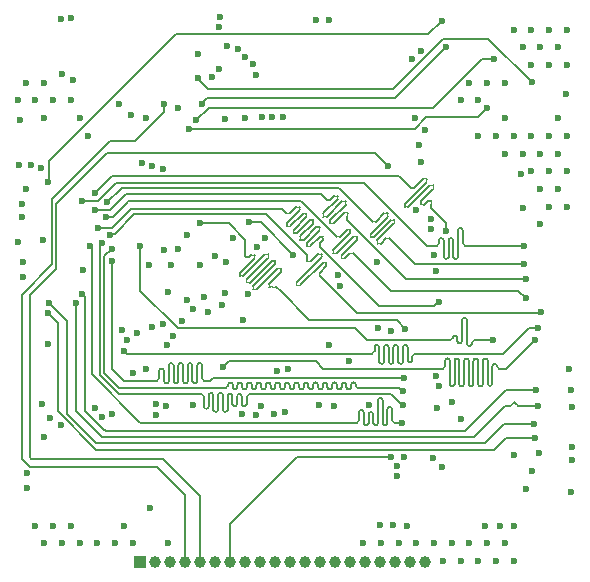
<source format=gbr>
%TF.GenerationSoftware,Altium Limited,Altium Designer,20.2.5 (213)*%
G04 Layer_Physical_Order=3*
G04 Layer_Color=16440176*
%FSLAX44Y44*%
%MOMM*%
%TF.SameCoordinates,159794D8-7842-4491-B27A-FE66E37C9FAE*%
%TF.FilePolarity,Positive*%
%TF.FileFunction,Copper,L3,Inr,Signal*%
%TF.Part,Single*%
G01*
G75*
%TA.AperFunction,Conductor*%
%ADD11C,0.1469*%
%ADD12C,0.1506*%
%TA.AperFunction,ComponentPad*%
%ADD28R,1.0000X1.0000*%
%ADD29C,1.0000*%
%TA.AperFunction,ViaPad*%
%ADD30C,0.6000*%
D11*
X601634Y719461D02*
G03*
X601634Y716626I1417J-1417D01*
G01*
X604216Y722043D02*
G03*
X604216Y724877I-1417J1417D01*
G01*
D02*
G03*
X601382Y724877I-1417J-1417D01*
G01*
X590672Y717002D02*
G03*
X593506Y717002I1417J1417D01*
G01*
X590672Y719836D02*
G03*
X590672Y717002I1417J-1417D01*
G01*
X601477Y730642D02*
G03*
X601477Y733476I-1417J1417D01*
G01*
X601477Y733476D02*
G03*
X598643Y733476I-1417J-1417D01*
G01*
X585003Y722671D02*
G03*
X587837Y722671I1417J1417D01*
G01*
X585003Y725505D02*
G03*
X585003Y722671I1417J-1417D01*
G01*
X595808Y736311D02*
G03*
X595808Y739145I-1417J1417D01*
G01*
X595808Y739145D02*
G03*
X592974Y739145I-1417J-1417D01*
G01*
X579334Y728340D02*
G03*
X582168Y728340I1417J1417D01*
G01*
X579334Y731174D02*
G03*
X579334Y728340I1417J-1417D01*
G01*
X590139Y741980D02*
G03*
X590139Y744814I-1417J1417D01*
G01*
X590139Y744814D02*
G03*
X587305Y744814I-1417J-1417D01*
G01*
X573665Y734008D02*
G03*
X576499Y734008I1417J1417D01*
G01*
X573665Y736843D02*
G03*
X573665Y734008I1417J-1417D01*
G01*
X584466Y747644D02*
G03*
X584466Y750478I-1417J1417D01*
G01*
X584466Y750478D02*
G03*
X581631Y750478I-1417J-1417D01*
G01*
X573289Y744971D02*
G03*
X576124Y744971I1417J1417D01*
G01*
X425106Y741680D02*
G03*
X426144Y742110I0J1469D01*
G01*
X439784Y755142D02*
G03*
X438746Y754712I0J-1469D01*
G01*
X442810Y749046D02*
G03*
X441784Y748616I12J-1469D01*
G01*
X425350Y732790D02*
G03*
X426388Y733220I0J1469D01*
G01*
X569644Y748616D02*
G03*
X568597Y749046I-1038J-1038D01*
G01*
X434186Y766318D02*
G03*
X433148Y765888I0J-1469D01*
G01*
X618412D02*
G03*
X617374Y766318I-1038J-1038D01*
G01*
X586408Y754712D02*
G03*
X585370Y755142I-1038J-1038D01*
G01*
X669466Y775794D02*
G03*
X668428Y776224I-1038J-1038D01*
G01*
X425745D02*
G03*
X424707Y775794I0J-1469D01*
G01*
X669727Y596463D02*
G03*
X668682Y596900I-1045J-1032D01*
G01*
X662358Y591386D02*
G03*
X661316Y591820I-1042J-1035D01*
G01*
X670384Y583360D02*
G03*
X671422Y582930I1038J1038D01*
G01*
X767985Y583410D02*
G03*
X769735Y581660I1750J0D01*
G01*
X767985Y583410D02*
G03*
X764485Y583410I-1750J0D01*
G01*
X762734Y581660D02*
G03*
X764485Y583410I0J1750D01*
G01*
X664364Y842518D02*
G03*
X665402Y842948I0J1469D01*
G01*
X408864Y608748D02*
G03*
X409294Y607722I1469J12D01*
G01*
X448820Y568196D02*
G03*
X449859Y567766I1038J1038D01*
G01*
X725408Y561514D02*
G03*
X725410Y561516I-1036J1041D01*
G01*
X724372Y561086D02*
G03*
X725408Y561514I0J1469D01*
G01*
X419178Y561516D02*
G03*
X420216Y561086I1038J1038D01*
G01*
X402514Y578788D02*
G03*
X402944Y577750I1469J0D01*
G01*
X732059Y555672D02*
G03*
X732061Y555674I-1036J1041D01*
G01*
X731022Y555244D02*
G03*
X732059Y555672I0J1469D01*
G01*
X417152Y555668D02*
G03*
X418184Y555244I1032J1045D01*
G01*
X741092Y550592D02*
G03*
X741094Y550594I-1036J1041D01*
G01*
X740056Y550164D02*
G03*
X741092Y550592I0J1469D01*
G01*
X412072Y550588D02*
G03*
X413104Y550164I1032J1045D01*
G01*
X666670Y654638D02*
G03*
X665634Y655066I-1036J-1041D01*
G01*
X666672Y654636D02*
G03*
X666670Y654638I-1038J-1038D01*
G01*
X591650Y655490D02*
G03*
X592682Y655066I1032J1045D01*
G01*
X734187Y826236D02*
G03*
X735226Y826666I-0J1469D01*
G01*
X506576Y842518D02*
G03*
X505538Y842088I0J-1469D01*
G01*
X662829Y569770D02*
G03*
X664833Y567766I2004J0D01*
G01*
X662829Y578985D02*
G03*
X658820Y578985I-2004J0D01*
G01*
X654812Y567581D02*
G03*
X658820Y567581I2004J0D01*
G01*
X654812Y586569D02*
G03*
X650804Y586569I-2004J0D01*
G01*
X646795Y567581D02*
G03*
X650804Y567581I2004J0D01*
G01*
X646795Y574651D02*
G03*
X642786Y574651I-2004J0D01*
G01*
X638778Y567581D02*
G03*
X642786Y567581I2004J0D01*
G01*
X638778Y576437D02*
G03*
X634769Y576437I-2004J0D01*
G01*
X632765Y567766D02*
G03*
X634769Y569770I0J2004D01*
G01*
X601307Y694698D02*
G03*
X601307Y691863I1417J-1417D01*
G01*
X606866Y700257D02*
G03*
X606866Y703091I-1417J1417D01*
G01*
X606866Y703092D02*
G03*
X604031Y703091I-1417J-1417D01*
G01*
X581992Y683886D02*
G03*
X584826Y683886I1417J1417D01*
G01*
X581992Y686721D02*
G03*
X581992Y683886I1417J-1417D01*
G01*
X603053Y707782D02*
G03*
X603053Y710616I-1417J1417D01*
G01*
X603053Y710616D02*
G03*
X600218Y710616I-1417J-1417D01*
G01*
X591084Y704316D02*
G03*
X593918Y704316I1417J1417D01*
G01*
X503475Y589816D02*
G03*
X501470Y591820I-2004J0D01*
G01*
X503475Y581480D02*
G03*
X507483Y581480I2004J0D01*
G01*
X511492Y590887D02*
G03*
X507483Y590887I-2004J0D01*
G01*
X511492Y578838D02*
G03*
X515500Y578838I2004J0D01*
G01*
X519509Y590887D02*
G03*
X515500Y590887I-2004J0D01*
G01*
X519509Y578838D02*
G03*
X523517Y578838I2004J0D01*
G01*
X527526Y590219D02*
G03*
X523517Y590219I-2004J0D01*
G01*
X527526Y583588D02*
G03*
X531534Y583588I2004J0D01*
G01*
X535543Y589909D02*
G03*
X531534Y589909I-2004J0D01*
G01*
X535543Y583588D02*
G03*
X539551Y583588I2004J0D01*
G01*
X541556Y591820D02*
G03*
X539551Y589816I0J-2004D01*
G01*
X681971Y626110D02*
G03*
X679967Y624106I0J-2004D01*
G01*
X675958Y620778D02*
G03*
X679967Y620778I2004J0D01*
G01*
X675958Y631527D02*
G03*
X671950Y631527I-2004J0D01*
G01*
X667941Y619498D02*
G03*
X671950Y619498I2004J0D01*
G01*
X667941Y631527D02*
G03*
X663933Y631527I-2004J0D01*
G01*
X659924Y619498D02*
G03*
X663933Y619498I2004J0D01*
G01*
X659924Y631527D02*
G03*
X655916Y631527I-2004J0D01*
G01*
X651907Y619498D02*
G03*
X655916Y619498I2004J0D01*
G01*
X651907Y631527D02*
G03*
X647899Y631527I-2004J0D01*
G01*
X645894Y626110D02*
G03*
X647899Y628114I0J2004D01*
G01*
X521828Y596900D02*
G03*
X523833Y598904I0J2004D01*
G01*
X527841Y599777D02*
G03*
X523833Y599777I-2004J0D01*
G01*
X527841Y597833D02*
G03*
X531850Y597833I2004J0D01*
G01*
X535858Y599777D02*
G03*
X531850Y599777I-2004J0D01*
G01*
X535858Y597833D02*
G03*
X539867Y597833I2004J0D01*
G01*
X543875Y599777D02*
G03*
X539867Y599777I-2004J0D01*
G01*
X543875Y597833D02*
G03*
X547884Y597833I2004J0D01*
G01*
X551892Y599777D02*
G03*
X547884Y599777I-2004J0D01*
G01*
X551892Y597833D02*
G03*
X555901Y597833I2004J0D01*
G01*
X559909Y599777D02*
G03*
X555901Y599777I-2004J0D01*
G01*
X559909Y597833D02*
G03*
X563918Y597833I2004J0D01*
G01*
X567926Y599777D02*
G03*
X563918Y599777I-2004J0D01*
G01*
X567926Y597833D02*
G03*
X571935Y597833I2004J0D01*
G01*
X575943Y599777D02*
G03*
X571935Y599777I-2004J0D01*
G01*
X575943Y597833D02*
G03*
X579952Y597833I2004J0D01*
G01*
X583960Y599777D02*
G03*
X579952Y599777I-2004J0D01*
G01*
X583960Y597833D02*
G03*
X587969Y597833I2004J0D01*
G01*
X591978Y599777D02*
G03*
X587969Y599777I-2004J0D01*
G01*
X591978Y597833D02*
G03*
X595986Y597833I2004J0D01*
G01*
X599995Y599777D02*
G03*
X595986Y599777I-2004J0D01*
G01*
X599995Y597833D02*
G03*
X604003Y597833I2004J0D01*
G01*
X608012Y599777D02*
G03*
X604003Y599777I-2004J0D01*
G01*
X608012Y597833D02*
G03*
X612020Y597833I2004J0D01*
G01*
X616029Y599777D02*
G03*
X612020Y599777I-2004J0D01*
G01*
X616029Y597833D02*
G03*
X620037Y597833I2004J0D01*
G01*
X624046Y599777D02*
G03*
X620037Y599777I-2004J0D01*
G01*
X624046Y597833D02*
G03*
X628054Y597833I2004J0D01*
G01*
X632063Y599777D02*
G03*
X628054Y599777I-2004J0D01*
G01*
X632063Y598904D02*
G03*
X634067Y596900I2004J0D01*
G01*
X463677Y603250D02*
G03*
X465682Y605254I0J2004D01*
G01*
X469690Y611563D02*
G03*
X465682Y611563I-2004J0D01*
G01*
X469690Y602913D02*
G03*
X473699Y602913I2004J0D01*
G01*
X477707Y616232D02*
G03*
X473699Y616232I-2004J0D01*
G01*
X477707Y602913D02*
G03*
X481716Y602913I2004J0D01*
G01*
X485724Y616232D02*
G03*
X481716Y616232I-2004J0D01*
G01*
X485724Y602913D02*
G03*
X489733Y602913I2004J0D01*
G01*
X493741Y616232D02*
G03*
X489733Y616232I-2004J0D01*
G01*
X493741Y602913D02*
G03*
X497750Y602913I2004J0D01*
G01*
X501758Y616232D02*
G03*
X497750Y616232I-2004J0D01*
G01*
X501758Y605254D02*
G03*
X503763Y603250I2004J0D01*
G01*
X712013Y637540D02*
G03*
X714017Y639544I0J2004D01*
G01*
X718026Y639544D02*
G03*
X714017Y639544I-2004J0D01*
G01*
X718026Y636818D02*
G03*
X722034Y636818I2004J0D01*
G01*
X726043Y654463D02*
G03*
X722034Y654463I-2004J0D01*
G01*
X726043Y634642D02*
G03*
X730051Y634642I2004J0D01*
G01*
X732056Y637540D02*
G03*
X730051Y635536I0J-2004D01*
G01*
X695706Y752388D02*
G03*
X695706Y749554I1417J-1417D01*
G01*
X695993Y752675D02*
G03*
X695993Y755510I-1417J1417D01*
G01*
X695993Y755510D02*
G03*
X693158Y755510I-1417J-1417D01*
G01*
X687257Y752443D02*
G03*
X690092Y752443I1417J1417D01*
G01*
X687257Y755277D02*
G03*
X687257Y752443I1417J-1417D01*
G01*
X697799Y765820D02*
G03*
X697799Y768654I-1417J1417D01*
G01*
X697799Y768654D02*
G03*
X694965Y768654I-1417J-1417D01*
G01*
X673772Y750295D02*
G03*
X676606Y750295I1417J1417D01*
G01*
X673772Y753130D02*
G03*
X673772Y750295I1417J-1417D01*
G01*
X692130Y771488D02*
G03*
X692130Y774323I-1417J1417D01*
G01*
X692130Y774323D02*
G03*
X689296Y774323I-1417J-1417D01*
G01*
X678699Y766561D02*
G03*
X681534Y766561I1417J1417D01*
G01*
X722551Y719554D02*
G03*
X724556Y717550I2004J0D01*
G01*
X722551Y730507D02*
G03*
X718543Y730507I-2004J0D01*
G01*
X714534Y708323D02*
G03*
X718543Y708323I2004J0D01*
G01*
X714534Y721972D02*
G03*
X710526Y721972I-2004J0D01*
G01*
X706517Y708323D02*
G03*
X710526Y708323I2004J0D01*
G01*
X706517Y721972D02*
G03*
X702509Y721972I-2004J0D01*
G01*
X700504Y717550D02*
G03*
X702509Y719554I0J2004D01*
G01*
X660487Y723813D02*
G03*
X657652Y723813I-1417J-1417D01*
G01*
X650327Y719322D02*
G03*
X653161Y719322I1417J1417D01*
G01*
X650327Y722157D02*
G03*
X650327Y719322I1417J-1417D01*
G01*
X664683Y736513D02*
G03*
X664683Y739348I-1417J1417D01*
G01*
X664683Y739348D02*
G03*
X661849Y739348I-1417J-1417D01*
G01*
X644658Y724991D02*
G03*
X647492Y724991I1417J1417D01*
G01*
X644658Y727826D02*
G03*
X644658Y724991I1417J-1417D01*
G01*
X659014Y742182D02*
G03*
X659014Y745017I-1417J1417D01*
G01*
X659014Y745017D02*
G03*
X656180Y745017I-1417J-1417D01*
G01*
X646314Y737986D02*
G03*
X649149Y737986I1417J1417D01*
G01*
X624586Y742228D02*
G03*
X624586Y739394I1417J-1417D01*
G01*
X625061Y742703D02*
G03*
X625061Y745537I-1417J1417D01*
G01*
X625061Y745537D02*
G03*
X622226Y745537I-1417J-1417D01*
G01*
X610322Y736467D02*
G03*
X613156Y736467I1417J1417D01*
G01*
X610322Y739302D02*
G03*
X610322Y736467I1417J-1417D01*
G01*
X623408Y752388D02*
G03*
X623408Y755223I-1417J1417D01*
G01*
X623408Y755223D02*
G03*
X620574Y755223I-1417J-1417D01*
G01*
X604653Y742136D02*
G03*
X607487Y742136I1417J1417D01*
G01*
X604653Y744971D02*
G03*
X604653Y742136I1417J-1417D01*
G01*
X616557Y756875D02*
G03*
X616557Y759710I-1417J1417D01*
G01*
X616557Y759710D02*
G03*
X613723Y759710I-1417J-1417D01*
G01*
X607579Y756401D02*
G03*
X610414Y756401I1417J1417D01*
G01*
X630007Y711113D02*
G03*
X627172Y711113I-1417J-1417D01*
G01*
X620013Y706788D02*
G03*
X622847Y706788I1417J1417D01*
G01*
X620013Y709623D02*
G03*
X620013Y706788I1417J-1417D01*
G01*
X632933Y722543D02*
G03*
X632933Y725378I-1417J1417D01*
G01*
X632933Y725378D02*
G03*
X630099Y725378I-1417J-1417D01*
G01*
X612908Y711021D02*
G03*
X615742Y711021I1417J1417D01*
G01*
X612908Y713856D02*
G03*
X612908Y711021I1417J-1417D01*
G01*
X627264Y728212D02*
G03*
X627264Y731047I-1417J1417D01*
G01*
X627264Y731047D02*
G03*
X624430Y731047I-1417J-1417D01*
G01*
X615834Y725286D02*
G03*
X618669Y725286I1417J1417D01*
G01*
X564509Y682631D02*
G03*
X561675Y682631I-1417J-1417D01*
G01*
X558840Y682630D02*
G03*
X561675Y682630I1417J1417D01*
G01*
X558840Y685465D02*
G03*
X558840Y682630I1417J-1417D01*
G01*
X568854Y695479D02*
G03*
X568854Y698313I-1417J1417D01*
G01*
X568854Y698313D02*
G03*
X566020Y698313I-1417J-1417D01*
G01*
X545409Y680537D02*
G03*
X548244Y680537I1417J1417D01*
G01*
X545409Y683372D02*
G03*
X545409Y680537I1417J-1417D01*
G01*
X563768Y701731D02*
G03*
X563768Y704565I-1417J1417D01*
G01*
X563768Y704565D02*
G03*
X560934Y704565I-1417J-1417D01*
G01*
X539740Y686206D02*
G03*
X542575Y686206I1417J1417D01*
G01*
X539740Y689041D02*
G03*
X539740Y686206I1417J-1417D01*
G01*
X558099Y707400D02*
G03*
X558099Y710234I-1417J1417D01*
G01*
X558099Y710234D02*
G03*
X555265Y710234I-1417J-1417D01*
G01*
X534072Y691875D02*
G03*
X536906Y691875I1417J1417D01*
G01*
X534072Y694709D02*
G03*
X534072Y691875I1417J-1417D01*
G01*
X546287Y706925D02*
G03*
X546287Y709760I-1417J1417D01*
G01*
X546287Y709760D02*
G03*
X543453Y709760I-1417J-1417D01*
G01*
X538999Y708141D02*
G03*
X541834Y708141I1417J1417D01*
G01*
X751682Y615490D02*
G03*
X753687Y613486I2004J0D01*
G01*
X751682Y615490D02*
G03*
X747674Y615490I-2004J0D01*
G01*
X743665Y600965D02*
G03*
X747674Y600965I2004J0D01*
G01*
X743665Y620097D02*
G03*
X739657Y620097I-2004J0D01*
G01*
X735648Y600504D02*
G03*
X739657Y600504I2004J0D01*
G01*
X735648Y620097D02*
G03*
X731640Y620097I-2004J0D01*
G01*
X727631Y600504D02*
G03*
X731640Y600504I2004J0D01*
G01*
X727631Y620097D02*
G03*
X723623Y620097I-2004J0D01*
G01*
X719614Y600504D02*
G03*
X723623Y600504I2004J0D01*
G01*
X719614Y620097D02*
G03*
X715606Y620097I-2004J0D01*
G01*
X711597Y600504D02*
G03*
X715606Y600504I2004J0D01*
G01*
X711597Y620097D02*
G03*
X707589Y620097I-2004J0D01*
G01*
X705584Y613486D02*
G03*
X707589Y615490I0J2004D01*
G01*
X601634Y716626D02*
X624840Y693420D01*
X601634Y719461D02*
X604216Y722043D01*
X593506Y717002D02*
X601382Y724877D01*
X590672Y717002D02*
X590672Y717002D01*
X590672Y717002D02*
X590672Y717002D01*
X590672D02*
X590672Y717002D01*
Y719836D02*
Y719836D01*
X601477Y730642D01*
X601477Y733476D02*
X601477Y733476D01*
X598643D02*
Y733476D01*
X587837Y722671D02*
X598643Y733476D01*
X585003Y722671D02*
X585003Y722671D01*
X585003Y722671D02*
X585003Y722671D01*
X585003D02*
X585003Y722671D01*
Y725505D02*
Y725505D01*
X595808Y736311D01*
X595808Y739145D02*
X595808Y739145D01*
X592974D02*
Y739145D01*
X582168Y728340D02*
X592974Y739145D01*
X579334Y731174D02*
Y731174D01*
X590139Y741980D01*
X590139Y744814D02*
X590139Y744814D01*
X587305D02*
Y744814D01*
X576499Y734008D02*
X587305Y744814D01*
X573665Y734008D02*
X573665Y734008D01*
X573665Y734008D02*
X573665Y734008D01*
X573665D02*
X573665Y734008D01*
Y736843D02*
Y736843D01*
X584466Y747644D01*
X584466Y750478D02*
X584466Y750478D01*
X581631D02*
Y750478D01*
X576124Y744971D02*
X581631Y750478D01*
X572770Y745490D02*
X573289Y744971D01*
X572770Y745490D02*
Y745490D01*
X572770Y745490D02*
X572770D01*
X569644Y748616D02*
X572770Y745490D01*
X426144Y742110D02*
X438746Y754712D01*
X420370Y741680D02*
X425106D01*
X439784Y755142D02*
X585370Y755142D01*
X439784Y755142D02*
X439784Y755142D01*
X426388Y733220D02*
X441784Y748616D01*
X442810Y749046D02*
X442822Y749046D01*
X568597D01*
X414020Y732790D02*
X425350D01*
X425623Y727710D02*
X427990D01*
X424180Y726516D02*
X425623Y727710D01*
X427990D02*
X444500Y744220D01*
X569644Y748616D02*
X569644Y748616D01*
X618412Y765888D02*
X645795Y738505D01*
X421640Y754380D02*
X433148Y765888D01*
X434186Y766318D02*
X617374Y766318D01*
X586408Y754712D02*
X615315Y725805D01*
X411480Y762567D02*
X424707Y775794D01*
X425745Y776224D02*
X668428Y776224D01*
X669466Y775794D02*
X678180Y767080D01*
X669726Y596463D02*
X671830Y594360D01*
X638810Y596900D02*
X668682D01*
X671422Y582930D02*
X671830D01*
X542290Y591820D02*
X661316D01*
X662358Y591386D02*
X670384Y583360D01*
X671422Y582930D02*
Y582930D01*
X769735Y581660D02*
X773294D01*
X767985Y583410D02*
Y583410D01*
X764485Y583410D02*
Y583410D01*
X762000Y581660D02*
X762734D01*
X773294D02*
X780089D01*
X758047D02*
X762000D01*
X780089D02*
X786130D01*
X665402Y842948D02*
X708152Y885698D01*
X506576Y842518D02*
X664364D01*
X497156Y823976D02*
X507570Y834390D01*
X496824Y823976D02*
X497156D01*
X507570Y834390D02*
X693420D01*
X501658Y837351D02*
Y838208D01*
X505538Y842088D01*
X590565Y704835D02*
Y709915D01*
X408864Y608748D02*
Y715552D01*
X409294Y607722D02*
X448820Y568196D01*
X449859Y567766D02*
Y567766D01*
X725410Y561516D02*
X759524Y595630D01*
X725408Y561514D02*
X725410Y561516D01*
X420216Y561086D02*
Y561086D01*
X724372D01*
X402944Y577750D02*
X419178Y561516D01*
X402514Y578788D02*
Y674446D01*
X732061Y555674D02*
X758047Y581660D01*
X732059Y555672D02*
X732061Y555674D01*
X417146D02*
X417152Y555668D01*
X418184Y555244D02*
X731022D01*
X418184D02*
X418184D01*
X741094Y550594D02*
X757180Y566680D01*
X741092Y550592D02*
X741094Y550594D01*
X413104Y550164D02*
X740056D01*
X413104D02*
X413104D01*
X412066Y550594D02*
X412072Y550588D01*
X666672Y654636D02*
X673862Y647446D01*
X666670Y654638D02*
X666672Y654636D01*
X592682Y655066D02*
X665634D01*
X592682D02*
X592682D01*
X591644Y655496D02*
X591650Y655490D01*
X735226Y826666D02*
X742950Y834390D01*
X691616Y826236D02*
X734187D01*
X734187D01*
X681990Y816610D02*
X691616Y826236D01*
X490982Y816610D02*
X681990D01*
X449859Y567766D02*
X632031D01*
X431211Y591820D02*
X486410D01*
X415092Y607940D02*
X431211Y591820D01*
X379730Y577261D02*
Y652121D01*
Y577261D02*
X412237Y544754D01*
X371531Y660320D02*
X379730Y652121D01*
X419100Y609600D02*
Y708660D01*
X415092Y717352D02*
X417074Y719334D01*
Y720085D01*
X419100Y609600D02*
X431800Y596900D01*
X419100Y708660D02*
X425450Y715010D01*
X415092Y607940D02*
Y717352D01*
X406768Y717648D02*
X408864Y715552D01*
X400050Y676910D02*
X402514Y674446D01*
X632694Y660476D02*
X787476D01*
X387350Y575310D02*
X412066Y550594D01*
X394970Y577850D02*
X417146Y555674D01*
X671119Y567766D02*
X671195Y567690D01*
X668117Y567766D02*
X671119D01*
X664833D02*
X668117D01*
X662829Y569770D02*
Y578985D01*
X658820Y567581D02*
Y578985D01*
X654812Y567581D02*
Y586569D01*
X650804Y567581D02*
Y586569D01*
X646795Y567581D02*
Y574651D01*
X642786Y567581D02*
Y574651D01*
X638778Y567581D02*
Y576437D01*
X634769Y569770D02*
Y576437D01*
X632031Y567766D02*
X632765D01*
X412237Y544754D02*
X749224D01*
X759460Y554990D01*
X597972Y619684D02*
X604170Y613486D01*
X524475Y619684D02*
X597972D01*
X519471Y614680D02*
X524475Y619684D01*
X510758Y605503D02*
X672813D01*
X673100Y605790D01*
X508506Y603250D02*
X510758Y605503D01*
X693420Y896620D02*
X704850Y908050D01*
X444500Y744220D02*
X556260D01*
X590565Y709915D01*
X601307Y691863D02*
X604054Y689115D01*
X601307Y694698D02*
X606866Y700257D01*
X606866Y703092D02*
X606866Y703091D01*
X584826Y683886D02*
X604031Y703091D01*
X581992Y683886D02*
X581992Y683886D01*
X581992Y683886D02*
X581992Y683886D01*
X581992D02*
X581992Y683886D01*
Y686721D02*
Y686721D01*
X603053Y707782D01*
X603053Y710616D02*
X603053Y710616D01*
X600218D02*
Y710616D01*
X593918Y704316D02*
X600218Y710616D01*
X591084Y704316D02*
X591084Y704316D01*
X590565Y704835D02*
X591084Y704316D01*
X590565Y704835D02*
X590565Y704835D01*
X604054Y689115D02*
X632694Y660476D01*
X604170Y613486D02*
X704850D01*
X519430Y614680D02*
X519471D01*
X394970Y577850D02*
Y669290D01*
X387350Y575310D02*
Y654050D01*
X435610Y603250D02*
X458470D01*
X425450Y613410D02*
X435610Y603250D01*
X425450Y613410D02*
Y704850D01*
X431800Y596900D02*
X516890D01*
X708660Y730250D02*
Y736600D01*
X624840Y693420D02*
X651510Y666750D01*
X698355D01*
X486410Y591820D02*
X501470D01*
X503475Y581480D02*
Y589816D01*
X507483Y581480D02*
Y590887D01*
X511492Y578838D02*
Y590887D01*
X515500Y578838D02*
Y590887D01*
X519509Y578838D02*
Y590887D01*
X523517Y578838D02*
Y590219D01*
X527526Y583588D02*
Y590219D01*
X531534Y583588D02*
Y589909D01*
X535543Y583588D02*
Y589909D01*
X539551Y583588D02*
Y589816D01*
X541556Y591820D02*
X542290D01*
X681971Y626110D02*
X694690D01*
X679967Y620778D02*
Y624106D01*
X675958Y620778D02*
Y631527D01*
X671950Y619498D02*
Y631527D01*
X667941Y619498D02*
Y631527D01*
X663933Y619498D02*
Y631527D01*
X659924Y619498D02*
Y631527D01*
X655916Y619498D02*
Y631527D01*
X651907Y619498D02*
Y631527D01*
X647899Y628114D02*
Y631527D01*
X645160Y626110D02*
X645894D01*
X694690D02*
X756920D01*
X438736D02*
X645160D01*
X516890Y596900D02*
X521828D01*
X523833Y598904D02*
Y599777D01*
X527841Y597833D02*
Y599777D01*
X531850Y597833D02*
Y599777D01*
X535858Y597833D02*
Y599777D01*
X539867Y597833D02*
Y599777D01*
X543875Y597833D02*
Y599777D01*
X547884Y597833D02*
Y599777D01*
X551892Y597833D02*
Y599777D01*
X555901Y597833D02*
Y599777D01*
X559909Y597833D02*
Y599777D01*
X563918Y597833D02*
Y599777D01*
X567926Y597833D02*
Y599777D01*
X571935Y597833D02*
Y599777D01*
X575943Y597833D02*
Y599777D01*
X579952Y597833D02*
Y599777D01*
X583960Y597833D02*
Y599777D01*
X587969Y597833D02*
Y599777D01*
X591978Y597833D02*
Y599777D01*
X595986Y597833D02*
Y599777D01*
X599995Y597833D02*
Y599777D01*
X604003Y597833D02*
Y599777D01*
X608012Y597833D02*
Y599777D01*
X612020Y597833D02*
Y599777D01*
X616029Y597833D02*
Y599777D01*
X620037Y597833D02*
Y599777D01*
X624046Y597833D02*
Y599777D01*
X628054Y597833D02*
Y599777D01*
X632063Y598904D02*
Y599777D01*
X634067Y596900D02*
X638810D01*
X458470Y603250D02*
X463677D01*
X465682Y605254D02*
Y611563D01*
X469690Y602913D02*
Y611563D01*
X473699Y602913D02*
Y616232D01*
X477707Y602913D02*
Y616232D01*
X481716Y602913D02*
Y616232D01*
X485724Y602913D02*
Y616232D01*
X489733Y602913D02*
Y616232D01*
X493741Y602913D02*
Y616232D01*
X497750Y602913D02*
Y616232D01*
X501758Y605254D02*
Y616232D01*
X503763Y603250D02*
X508506D01*
X488950Y647624D02*
X631266D01*
X641350Y637540D01*
X712013D01*
X714017Y639544D02*
Y639544D01*
X718026Y636818D02*
Y639544D01*
X722034Y636818D02*
Y654463D01*
X726043Y634642D02*
Y654463D01*
X730051Y634642D02*
Y635536D01*
X732056Y637540D02*
X732790D01*
X481389Y647624D02*
X488950D01*
X732790Y637540D02*
X748030D01*
X695706Y749554D02*
X703580Y741680D01*
X695706Y752388D02*
X695993Y752675D01*
X695993Y755510D02*
X695993Y755510D01*
X690092Y752443D02*
X693158Y755510D01*
X687257Y755277D02*
Y755277D01*
X697799Y765820D01*
X697799Y768654D02*
X697799Y768654D01*
X694965D02*
Y768654D01*
X676606Y750295D02*
X694965Y768654D01*
X673772Y750295D02*
X673772Y750295D01*
X673772Y750295D02*
X673772Y750295D01*
X673772D02*
X673772Y750295D01*
Y753130D02*
Y753130D01*
X692130Y771488D01*
X692130Y774323D02*
X692130Y774323D01*
X689296D02*
Y774323D01*
X681534Y766561D02*
X689296Y774323D01*
X678180Y767080D02*
X678699Y766561D01*
X703580Y741680D02*
X708660Y736600D01*
X724556Y717550D02*
X742950D01*
X722551Y719554D02*
Y730507D01*
X718543Y708323D02*
Y730507D01*
X714534Y708323D02*
Y721972D01*
X710526Y708323D02*
Y721972D01*
X706517Y708323D02*
Y721972D01*
X702509Y719554D02*
Y721972D01*
X699770Y717550D02*
X700504D01*
X742950D02*
X774700D01*
X692150D02*
X699770D01*
X660487Y723813D02*
X673100Y711200D01*
X660487Y723813D02*
X660487Y723813D01*
X653161Y719322D02*
X657652Y723813D01*
X650327Y722157D02*
Y722157D01*
X664683Y736513D01*
X664683Y739348D02*
X664683Y739348D01*
X661849D02*
Y739348D01*
X647492Y724991D02*
X661849Y739348D01*
X644658Y724991D02*
X644658Y724991D01*
X644658Y724991D02*
X644658Y724991D01*
X644658D02*
X644658Y724991D01*
Y727826D02*
Y727826D01*
X659014Y742182D01*
X659014Y745017D02*
X659014Y745017D01*
X656180D02*
Y745017D01*
X649149Y737986D02*
X656180Y745017D01*
X645795Y738505D02*
X646314Y737986D01*
X673100Y711200D02*
X681990Y702310D01*
X624586Y739394D02*
X630555Y733425D01*
X624586Y742228D02*
X625061Y742703D01*
X625061Y745537D02*
X625061Y745537D01*
X613156Y736467D02*
X622226Y745537D01*
X610322Y739302D02*
Y739302D01*
X623408Y752388D01*
X623408Y755223D02*
X623408Y755223D01*
X620574D02*
Y755223D01*
X607487Y742136D02*
X620574Y755223D01*
X604653Y742136D02*
X604653Y742136D01*
X604653Y742136D02*
X604653Y742136D01*
X604653D02*
X604653Y742136D01*
Y744971D02*
Y744971D01*
X616557Y756875D01*
X616557Y759710D02*
X616557Y759710D01*
X613723D02*
Y759710D01*
X610414Y756401D02*
X613723Y759710D01*
X607060Y756920D02*
X607579Y756401D01*
X630555Y733425D02*
X674370Y689610D01*
X602853Y761127D02*
X607060Y756920D01*
X630007Y711113D02*
X632460Y708660D01*
X630006Y711113D02*
X630007Y711113D01*
X622847Y706788D02*
X627172Y711113D01*
X620013Y709623D02*
X632933Y722543D01*
X632933Y725378D02*
X632933Y725378D01*
X630099D02*
Y725378D01*
X615742Y711021D02*
X630099Y725378D01*
X612908Y711021D02*
X612908Y711021D01*
X612908Y711021D02*
X612908Y711021D01*
X612908D02*
X612908Y711021D01*
Y713856D02*
Y713856D01*
X627264Y728212D01*
X627264Y731047D02*
X627264Y731047D01*
X624430D02*
Y731047D01*
X618669Y725286D02*
X624430Y731047D01*
X615315Y725805D02*
X615834Y725286D01*
X632460Y708660D02*
X661670Y679450D01*
X564509Y682631D02*
X568325Y678815D01*
X564509Y682631D02*
X564509Y682631D01*
X561675Y682630D02*
X561675Y682631D01*
X558840Y682630D02*
X558840Y682630D01*
X558840Y682630D02*
X558840Y682630D01*
X558840D02*
X558840Y682630D01*
Y685465D02*
X568854Y695479D01*
X568854Y698313D02*
X568854Y698313D01*
X548244Y680537D02*
X566020Y698313D01*
X545409Y680537D02*
X545409Y680537D01*
X545409Y680537D02*
X545409Y680537D01*
X545409D02*
X545409Y680537D01*
Y683372D02*
Y683372D01*
X563768Y701731D01*
X563768Y704565D02*
X563768Y704565D01*
X560934D02*
Y704565D01*
X542575Y686206D02*
X560934Y704565D01*
X539740Y689041D02*
Y689041D01*
X558099Y707400D01*
X558099Y710234D02*
X558099Y710234D01*
X555265D02*
Y710234D01*
X536906Y691875D02*
X555265Y710234D01*
X534072Y691875D02*
X534072Y691875D01*
X534072Y691875D02*
X534072Y691875D01*
X534072D02*
X534072Y691875D01*
Y694709D02*
Y694709D01*
X546287Y706925D01*
X546287Y709760D02*
X546287Y709760D01*
X543453D02*
Y709760D01*
X541834Y708141D02*
X543453Y709760D01*
X538480Y708660D02*
X538999Y708141D01*
X568325Y678815D02*
X591644Y655496D01*
X753687Y613486D02*
X759536D01*
X751682Y615490D02*
Y615490D01*
X747674Y600965D02*
Y615490D01*
X743665Y600965D02*
Y620097D01*
X739657Y600504D02*
Y620097D01*
X735648Y600504D02*
Y620097D01*
X731640Y600504D02*
Y620097D01*
X727631Y600504D02*
Y620097D01*
X723623Y600504D02*
Y620097D01*
X719614Y600504D02*
Y620097D01*
X715606Y600504D02*
Y620097D01*
X711597Y600504D02*
Y620097D01*
X707589Y615490D02*
Y620097D01*
X704850Y613486D02*
X705584D01*
X759536D02*
X783590Y637540D01*
X372540Y668860D02*
X387350Y654050D01*
X371981Y668860D02*
X372540D01*
X698355Y666750D02*
X701758Y670153D01*
X702310D01*
X410929Y748106D02*
X424239D01*
X410853Y748030D02*
X410929Y748106D01*
X435610Y628650D02*
X436196D01*
X449580Y679433D02*
X481389Y647624D01*
X449580Y679433D02*
Y717550D01*
X429078Y770692D02*
X639008D01*
X414037Y755650D02*
X429078Y770692D01*
X639008D02*
X692150Y717550D01*
X400050Y755650D02*
X414037D01*
X424239Y748106D02*
X437260Y761127D01*
X602853D01*
X500380Y736600D02*
X524493D01*
X538480Y708660D02*
Y722613D01*
X524493Y736600D02*
X538480Y722613D01*
X759524Y595630D02*
X784669D01*
X757180Y566680D02*
X782526D01*
X759460Y554990D02*
X783590D01*
X787476Y660476D02*
X788670Y661670D01*
X769679Y679450D02*
X776029Y673100D01*
X661670Y679450D02*
X769679D01*
X674370Y689610D02*
X775970D01*
X681990Y702310D02*
X774700D01*
X436196Y628650D02*
X438736Y626110D01*
X756920D02*
X778510Y647700D01*
X786130D01*
D12*
X480176Y896620D02*
G03*
X479111Y896179I0J-1506D01*
G01*
X372496Y789564D02*
G03*
X372053Y788497I1063J-1067D01*
G01*
X506875Y850325D02*
G03*
X507940Y849884I1065J1065D01*
G01*
X647945Y795849D02*
G03*
X646881Y796290I-1065J-1065D01*
G01*
X500380Y504836D02*
G03*
X499934Y505906I-1506J0D01*
G01*
X356295Y676015D02*
G03*
X355854Y674950I1065J-1065D01*
G01*
X355854Y538716D02*
G03*
X357360Y537210I1506J0D01*
G01*
X551621Y737429D02*
G03*
X550500Y737869I-1065J-1065D01*
G01*
X468890Y829570D02*
G03*
X469333Y830637I-1063J1067D01*
G01*
X487680Y505598D02*
G03*
X487234Y506668I-1506J0D01*
G01*
X445146Y806450D02*
G03*
X446211Y806891I0J1506D01*
G01*
X463737Y530165D02*
G03*
X462672Y530606I-1065J-1065D01*
G01*
X355413Y531047D02*
G03*
X356478Y530606I1065J1065D01*
G01*
X469077Y536763D02*
G03*
X468006Y537210I-1070J-1059D01*
G01*
X425239Y806450D02*
G03*
X424175Y806009I0J-1506D01*
G01*
X422264Y796290D02*
G03*
X421199Y795849I0J-1506D01*
G01*
X349250Y537210D02*
Y676154D01*
X374868Y701772D01*
X372053Y772491D02*
Y788497D01*
X480176Y896620D02*
X693420D01*
X372496Y789564D02*
X479111Y896179D01*
X372053Y788497D02*
X372053D01*
X498094Y859106D02*
Y859282D01*
Y859106D02*
X506875Y850325D01*
X507940Y849884D02*
X663203D01*
X507940Y849884D02*
Y849884D01*
X500380Y504836D02*
X500380Y449580D01*
X422264Y796290D02*
X646881Y796290D01*
X355854Y538716D02*
X355854Y674950D01*
X357360Y537210D02*
Y537210D01*
X551621Y737429D02*
X551621D01*
X579120Y709930D01*
X487680Y449580D02*
Y505598D01*
X446211Y806891D02*
X468890Y829570D01*
X425239Y806450D02*
X445146D01*
X356478Y530606D02*
X462672D01*
X349250Y537210D02*
X355413Y531047D01*
X370922Y771360D02*
X372053Y772491D01*
X663203Y849884D02*
X706129Y892810D01*
X744220D01*
X738886Y876046D02*
X749046D01*
X697230Y834390D02*
X738886Y876046D01*
X356295Y676015D02*
X378460Y698180D01*
X357360Y537210D02*
X468006D01*
X463737Y530165D02*
X487234Y506668D01*
X469077Y536763D02*
X499934Y505906D01*
X582141Y538480D02*
X661924D01*
X525780Y449580D02*
Y482119D01*
X582141Y538480D01*
X469333Y830637D02*
Y837799D01*
X374868Y756702D02*
X424175Y806009D01*
X647945Y795849D02*
X658934Y784860D01*
X378460Y753110D02*
X421199Y795849D01*
X374868Y701772D02*
Y756702D01*
X378460Y698180D02*
Y753110D01*
X541313Y737577D02*
X550500Y737869D01*
X744220Y892810D02*
X781050Y855980D01*
X370922Y771360D02*
X371618D01*
X579120Y709930D02*
X579198D01*
X693420Y834390D02*
X697230D01*
D28*
X449580Y449580D02*
D03*
D29*
X462280D02*
D03*
X474980D02*
D03*
X487680D02*
D03*
X500380D02*
D03*
X513080D02*
D03*
X525780D02*
D03*
X538480D02*
D03*
X551180D02*
D03*
X563880D02*
D03*
X576580D02*
D03*
X589280D02*
D03*
X601980D02*
D03*
X614680D02*
D03*
X627380D02*
D03*
X640080D02*
D03*
X652780D02*
D03*
X665480D02*
D03*
X678180D02*
D03*
X690880D02*
D03*
D30*
X424180Y726516D02*
D03*
X468630Y782498D02*
D03*
X366268Y583946D02*
D03*
X810686Y900554D02*
D03*
Y870554D02*
D03*
Y810554D02*
D03*
Y780554D02*
D03*
Y750554D02*
D03*
X795686Y900554D02*
D03*
X803186Y885554D02*
D03*
X795686Y870554D02*
D03*
X803186Y825554D02*
D03*
X795686Y810554D02*
D03*
X803186Y795554D02*
D03*
X795686Y780554D02*
D03*
X803186Y765554D02*
D03*
X795686Y750554D02*
D03*
X780686Y900554D02*
D03*
X788186Y885554D02*
D03*
X780686Y870554D02*
D03*
Y810554D02*
D03*
X788186Y795554D02*
D03*
X780686Y780554D02*
D03*
X788186Y765554D02*
D03*
Y735554D02*
D03*
X765686Y900554D02*
D03*
X773186Y885554D02*
D03*
X765686Y810554D02*
D03*
X773186Y795554D02*
D03*
X765686Y540554D02*
D03*
Y480554D02*
D03*
Y450554D02*
D03*
X758186Y855554D02*
D03*
Y825554D02*
D03*
X750686Y810554D02*
D03*
X758186Y795554D02*
D03*
Y465554D02*
D03*
X750686Y450554D02*
D03*
X743186Y855554D02*
D03*
X735686Y840554D02*
D03*
Y810554D02*
D03*
X743186Y465554D02*
D03*
X735686Y450554D02*
D03*
X728186Y855554D02*
D03*
X720686Y840554D02*
D03*
Y570554D02*
D03*
X728186Y465554D02*
D03*
X720686Y450554D02*
D03*
X713186Y585554D02*
D03*
Y465554D02*
D03*
X705686Y450554D02*
D03*
X698186Y465554D02*
D03*
X675686Y480554D02*
D03*
X683186Y465554D02*
D03*
X668186D02*
D03*
X653186D02*
D03*
X638186D02*
D03*
X473186D02*
D03*
X458186Y495554D02*
D03*
X435686Y480554D02*
D03*
X443186Y465554D02*
D03*
X428186D02*
D03*
X405686Y810554D02*
D03*
X413186Y465554D02*
D03*
X390686Y840554D02*
D03*
X398186Y825554D02*
D03*
X390686Y480554D02*
D03*
X398186Y465554D02*
D03*
X375686Y840554D02*
D03*
Y480554D02*
D03*
X383186Y465554D02*
D03*
X368186Y855554D02*
D03*
X360686Y840554D02*
D03*
X368186Y825554D02*
D03*
Y555554D02*
D03*
X360686Y480554D02*
D03*
X368186Y465554D02*
D03*
X353186Y855554D02*
D03*
X345686Y840554D02*
D03*
X353186Y765554D02*
D03*
X345686Y720554D02*
D03*
X372872Y571500D02*
D03*
X354028Y524708D02*
D03*
Y512572D02*
D03*
X391167Y910367D02*
D03*
X382845Y909640D02*
D03*
X383032Y863346D02*
D03*
X431230Y837607D02*
D03*
X441960Y828040D02*
D03*
X392684Y858266D02*
D03*
X708152Y885698D02*
D03*
X749046Y876046D02*
D03*
X704850Y908050D02*
D03*
X809752Y846074D02*
D03*
X781050Y855980D02*
D03*
X742950Y834390D02*
D03*
X516455Y902913D02*
D03*
X498335Y879667D02*
D03*
X498094Y859282D02*
D03*
X510286Y860806D02*
D03*
X516128Y867410D02*
D03*
X501658Y837351D02*
D03*
X521643Y825065D02*
D03*
X523335Y886392D02*
D03*
X686816Y882396D02*
D03*
X679274Y876007D02*
D03*
X496824Y823976D02*
D03*
X490982Y816610D02*
D03*
X416982Y572585D02*
D03*
X425376Y575310D02*
D03*
X411480Y580390D02*
D03*
X462788Y583184D02*
D03*
X471699Y582102D02*
D03*
X463042Y574548D02*
D03*
X371348Y634746D02*
D03*
X401066Y696722D02*
D03*
X400050Y676910D02*
D03*
X434086Y646194D02*
D03*
X446532Y643890D02*
D03*
X454406Y613410D02*
D03*
X443738Y609854D02*
D03*
X650440Y648008D02*
D03*
X673862Y647446D02*
D03*
X704850Y529844D02*
D03*
X661416Y645414D02*
D03*
X671195Y567690D02*
D03*
X547116Y574040D02*
D03*
X562983Y575410D02*
D03*
X551434Y581660D02*
D03*
X572491Y577174D02*
D03*
X535940Y575310D02*
D03*
X661924Y538480D02*
D03*
X574510Y613410D02*
D03*
X564896Y611886D02*
D03*
X450855Y787405D02*
D03*
X469333Y837799D02*
D03*
X658934Y784860D02*
D03*
X541313Y737577D02*
D03*
X528320Y723900D02*
D03*
X513080Y708660D02*
D03*
X481734Y834390D02*
D03*
X516715Y911399D02*
D03*
X365760Y783590D02*
D03*
X371618Y771360D02*
D03*
X579198Y709930D02*
D03*
X554990Y723900D02*
D03*
X538480Y825500D02*
D03*
X570225Y826765D02*
D03*
X561335D02*
D03*
X699770Y607211D02*
D03*
X643162Y582930D02*
D03*
X494030Y582351D02*
D03*
X367030Y722630D02*
D03*
X540577Y676525D02*
D03*
X536241Y654895D02*
D03*
X650240Y703580D02*
D03*
X350520Y690880D02*
D03*
Y703580D02*
D03*
X382619Y565499D02*
D03*
X347980Y824230D02*
D03*
X346710Y786130D02*
D03*
X356870D02*
D03*
X349250Y741680D02*
D03*
Y753110D02*
D03*
X454660Y825500D02*
D03*
X609600Y908639D02*
D03*
X598170D02*
D03*
X690880Y815340D02*
D03*
X681990Y825500D02*
D03*
X685800Y802564D02*
D03*
X687070Y788670D02*
D03*
X695960Y731520D02*
D03*
Y740410D02*
D03*
X708660Y730250D02*
D03*
X618783Y683260D02*
D03*
X616820Y692567D02*
D03*
X773430Y749300D02*
D03*
X772160Y778510D02*
D03*
X699770Y695960D02*
D03*
X698500Y709930D02*
D03*
X702820Y598680D02*
D03*
X814070Y595630D02*
D03*
X815340Y547370D02*
D03*
X741680Y480060D02*
D03*
X754380D02*
D03*
X775970Y511810D02*
D03*
X663465Y480816D02*
D03*
X652780Y481330D02*
D03*
X673100Y538480D02*
D03*
X701040Y580390D02*
D03*
X812800Y613410D02*
D03*
X815044Y581364D02*
D03*
X814070Y509270D02*
D03*
X815340Y535940D02*
D03*
X394970Y669290D02*
D03*
X626531Y619760D02*
D03*
X609600Y633730D02*
D03*
X600628Y582423D02*
D03*
X371531Y660320D02*
D03*
X371981Y668860D02*
D03*
X702310Y670153D02*
D03*
X613410Y581660D02*
D03*
X417074Y720085D02*
D03*
X414020Y732790D02*
D03*
X410853Y748030D02*
D03*
X552450Y826770D02*
D03*
X547370Y862330D02*
D03*
X544830Y871220D02*
D03*
X538423Y877570D02*
D03*
X531875Y884239D02*
D03*
X683260Y747567D02*
D03*
X406768Y717648D02*
D03*
X425450Y704850D02*
D03*
X435610Y628650D02*
D03*
X425450Y715010D02*
D03*
X449580Y717550D02*
D03*
X411480Y762567D02*
D03*
X400050Y755650D02*
D03*
X421640Y754380D02*
D03*
X420370Y741680D02*
D03*
X469900Y713740D02*
D03*
X459740Y784860D02*
D03*
Y648970D02*
D03*
X468630Y651510D02*
D03*
X457200Y701040D02*
D03*
X500380Y736600D02*
D03*
X671830Y582930D02*
D03*
Y594360D02*
D03*
X673100Y605790D02*
D03*
X697230Y537960D02*
D03*
X666750Y522320D02*
D03*
Y530860D02*
D03*
X781050Y527050D02*
D03*
X787400Y542290D02*
D03*
X774700Y717550D02*
D03*
X748030Y637540D02*
D03*
X776029Y673100D02*
D03*
X775970Y689610D02*
D03*
X774700Y702310D02*
D03*
X786130Y647700D02*
D03*
X783590Y637540D02*
D03*
X519430Y614680D02*
D03*
X438150Y637540D02*
D03*
X472440Y633730D02*
D03*
X477520Y641350D02*
D03*
X485140Y654050D02*
D03*
X784669Y595630D02*
D03*
X782526Y566680D02*
D03*
X783590Y554990D02*
D03*
X786130Y581660D02*
D03*
X788670Y661670D02*
D03*
X488950Y726440D02*
D03*
X481330Y715010D02*
D03*
X488893Y671830D02*
D03*
X494030Y664210D02*
D03*
X506730Y661670D02*
D03*
X518891Y667481D02*
D03*
X548640Y716280D02*
D03*
X473103Y678613D02*
D03*
X521255Y677465D02*
D03*
X503103Y674370D02*
D03*
X521970Y703580D02*
D03*
X500380Y701040D02*
D03*
X475505Y701565D02*
D03*
%TF.MD5,c583335d95d3f0a6c4b75e821cbdbdc4*%
M02*

</source>
